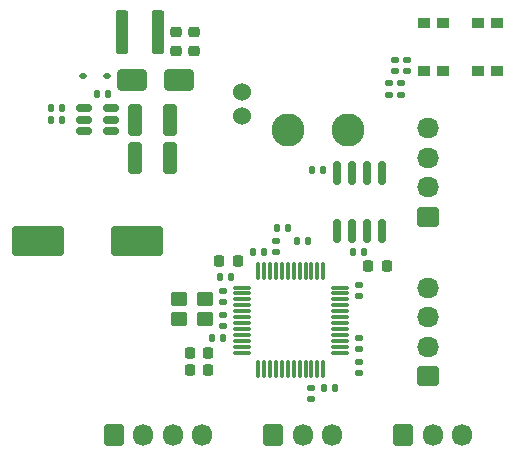
<source format=gbr>
%TF.GenerationSoftware,KiCad,Pcbnew,9.0.5*%
%TF.CreationDate,2025-10-28T15:08:01+09:00*%
%TF.ProjectId,mr2_arm_hw,6d72325f-6172-46d5-9f68-772e6b696361,rev?*%
%TF.SameCoordinates,Original*%
%TF.FileFunction,Soldermask,Top*%
%TF.FilePolarity,Negative*%
%FSLAX46Y46*%
G04 Gerber Fmt 4.6, Leading zero omitted, Abs format (unit mm)*
G04 Created by KiCad (PCBNEW 9.0.5) date 2025-10-28 15:08:01*
%MOMM*%
%LPD*%
G01*
G04 APERTURE LIST*
G04 Aperture macros list*
%AMRoundRect*
0 Rectangle with rounded corners*
0 $1 Rounding radius*
0 $2 $3 $4 $5 $6 $7 $8 $9 X,Y pos of 4 corners*
0 Add a 4 corners polygon primitive as box body*
4,1,4,$2,$3,$4,$5,$6,$7,$8,$9,$2,$3,0*
0 Add four circle primitives for the rounded corners*
1,1,$1+$1,$2,$3*
1,1,$1+$1,$4,$5*
1,1,$1+$1,$6,$7*
1,1,$1+$1,$8,$9*
0 Add four rect primitives between the rounded corners*
20,1,$1+$1,$2,$3,$4,$5,0*
20,1,$1+$1,$4,$5,$6,$7,0*
20,1,$1+$1,$6,$7,$8,$9,0*
20,1,$1+$1,$8,$9,$2,$3,0*%
G04 Aperture macros list end*
%ADD10RoundRect,0.140000X-0.170000X0.140000X-0.170000X-0.140000X0.170000X-0.140000X0.170000X0.140000X0*%
%ADD11RoundRect,0.140000X0.140000X0.170000X-0.140000X0.170000X-0.140000X-0.170000X0.140000X-0.170000X0*%
%ADD12RoundRect,0.140000X-0.140000X-0.170000X0.140000X-0.170000X0.140000X0.170000X-0.140000X0.170000X0*%
%ADD13RoundRect,0.140000X0.170000X-0.140000X0.170000X0.140000X-0.170000X0.140000X-0.170000X-0.140000X0*%
%ADD14RoundRect,0.225000X0.225000X0.250000X-0.225000X0.250000X-0.225000X-0.250000X0.225000X-0.250000X0*%
%ADD15RoundRect,0.250000X-0.450000X-0.350000X0.450000X-0.350000X0.450000X0.350000X-0.450000X0.350000X0*%
%ADD16RoundRect,0.250000X0.675000X-0.600000X0.675000X0.600000X-0.675000X0.600000X-0.675000X-0.600000X0*%
%ADD17O,1.850000X1.700000*%
%ADD18RoundRect,0.250000X0.325000X1.100000X-0.325000X1.100000X-0.325000X-1.100000X0.325000X-1.100000X0*%
%ADD19RoundRect,0.250000X1.950000X1.000000X-1.950000X1.000000X-1.950000X-1.000000X1.950000X-1.000000X0*%
%ADD20R,1.000000X0.900000*%
%ADD21RoundRect,0.250000X-0.300000X-1.600000X0.300000X-1.600000X0.300000X1.600000X-0.300000X1.600000X0*%
%ADD22RoundRect,0.150000X0.150000X-0.825000X0.150000X0.825000X-0.150000X0.825000X-0.150000X-0.825000X0*%
%ADD23RoundRect,0.150000X-0.512500X-0.150000X0.512500X-0.150000X0.512500X0.150000X-0.512500X0.150000X0*%
%ADD24RoundRect,0.225000X-0.250000X0.225000X-0.250000X-0.225000X0.250000X-0.225000X0.250000X0.225000X0*%
%ADD25RoundRect,0.112500X-0.187500X-0.112500X0.187500X-0.112500X0.187500X0.112500X-0.187500X0.112500X0*%
%ADD26RoundRect,0.250000X-0.600000X-0.675000X0.600000X-0.675000X0.600000X0.675000X-0.600000X0.675000X0*%
%ADD27O,1.700000X1.850000*%
%ADD28RoundRect,0.250000X-1.000000X-0.650000X1.000000X-0.650000X1.000000X0.650000X-1.000000X0.650000X0*%
%ADD29RoundRect,0.225000X-0.225000X-0.250000X0.225000X-0.250000X0.225000X0.250000X-0.225000X0.250000X0*%
%ADD30C,2.800000*%
%ADD31C,1.524000*%
%ADD32RoundRect,0.075000X-0.662500X-0.075000X0.662500X-0.075000X0.662500X0.075000X-0.662500X0.075000X0*%
%ADD33RoundRect,0.075000X-0.075000X-0.662500X0.075000X-0.662500X0.075000X0.662500X-0.075000X0.662500X0*%
G04 APERTURE END LIST*
D10*
%TO.C,R4*%
X154433450Y-114090779D03*
X154433450Y-115050779D03*
%TD*%
D11*
%TO.C,C6*%
X142933450Y-112050779D03*
X141973450Y-112050779D03*
%TD*%
%TO.C,C13*%
X146413450Y-104800779D03*
X145453450Y-104800779D03*
%TD*%
D12*
%TO.C,R2*%
X128340000Y-93600000D03*
X129300000Y-93600000D03*
%TD*%
D13*
%TO.C,C12*%
X154433450Y-108510779D03*
X154433450Y-107550779D03*
%TD*%
%TO.C,C15*%
X157000000Y-91480000D03*
X157000000Y-90520000D03*
%TD*%
D14*
%TO.C,C5*%
X141683450Y-113300779D03*
X140133450Y-113300779D03*
%TD*%
D15*
%TO.C,Y1*%
X139233450Y-110500779D03*
X141433450Y-110500779D03*
X141433450Y-108800779D03*
X139233450Y-108800779D03*
%TD*%
D16*
%TO.C,J3*%
X160288450Y-101800779D03*
D17*
X160288450Y-99300779D03*
X160288450Y-96800779D03*
X160288450Y-94300779D03*
%TD*%
D18*
%TO.C,C3*%
X138450000Y-96800000D03*
X135500000Y-96800000D03*
%TD*%
D16*
%TO.C,J4*%
X160288450Y-115300779D03*
D17*
X160288450Y-112800779D03*
X160288450Y-110300779D03*
X160288450Y-107800779D03*
%TD*%
D12*
%TO.C,C11*%
X151473450Y-116300779D03*
X152433450Y-116300779D03*
%TD*%
D18*
%TO.C,C2*%
X138450000Y-93575000D03*
X135500000Y-93575000D03*
%TD*%
D12*
%TO.C,C10*%
X142683450Y-106875779D03*
X143643450Y-106875779D03*
%TD*%
D19*
%TO.C,C1*%
X135700000Y-103900000D03*
X127300000Y-103900000D03*
%TD*%
D12*
%TO.C,R3*%
X149183450Y-103875779D03*
X150143450Y-103875779D03*
%TD*%
D20*
%TO.C,SW1*%
X160000000Y-89500000D03*
X160000000Y-85400000D03*
X161600000Y-89500000D03*
X161600000Y-85400000D03*
%TD*%
%TO.C,SW2*%
X164500000Y-89500000D03*
X164500000Y-85400000D03*
X166100000Y-89500000D03*
X166100000Y-85400000D03*
%TD*%
D14*
%TO.C,FB1*%
X141683450Y-114800779D03*
X140133450Y-114800779D03*
%TD*%
D21*
%TO.C,L1*%
X134400000Y-86200000D03*
X137400000Y-86200000D03*
%TD*%
D11*
%TO.C,R9*%
X151433450Y-97875779D03*
X150473450Y-97875779D03*
%TD*%
D10*
%TO.C,R8*%
X158000000Y-90500000D03*
X158000000Y-91460000D03*
%TD*%
D22*
%TO.C,U2*%
X152623450Y-103050779D03*
X153893450Y-103050779D03*
X155163450Y-103050779D03*
X156433450Y-103050779D03*
X156433450Y-98100779D03*
X155163450Y-98100779D03*
X153893450Y-98100779D03*
X152623450Y-98100779D03*
%TD*%
D23*
%TO.C,U1*%
X131212500Y-92637500D03*
X131212500Y-93587500D03*
X131212500Y-94537500D03*
X133487500Y-94537500D03*
X133487500Y-93587500D03*
X133487500Y-92637500D03*
%TD*%
D24*
%TO.C,C7*%
X140500000Y-86200000D03*
X140500000Y-87750000D03*
%TD*%
%TO.C,C8*%
X139000000Y-86200000D03*
X139000000Y-87750000D03*
%TD*%
D13*
%TO.C,R7*%
X158500000Y-89500000D03*
X158500000Y-88540000D03*
%TD*%
%TO.C,C19*%
X142933450Y-109050779D03*
X142933450Y-108090779D03*
%TD*%
D12*
%TO.C,R5*%
X147473450Y-102800779D03*
X148433450Y-102800779D03*
%TD*%
D25*
%TO.C,D1*%
X131050000Y-89900000D03*
X133150000Y-89900000D03*
%TD*%
D26*
%TO.C,J6*%
X158183450Y-120300779D03*
D27*
X160683450Y-120300779D03*
X163183450Y-120300779D03*
%TD*%
D12*
%TO.C,C4*%
X132240000Y-91400000D03*
X133200000Y-91400000D03*
%TD*%
D28*
%TO.C,D2*%
X135200000Y-90200000D03*
X139200000Y-90200000D03*
%TD*%
D29*
%TO.C,C16*%
X155250000Y-106000000D03*
X156800000Y-106000000D03*
%TD*%
D10*
%TO.C,C18*%
X142933450Y-110090779D03*
X142933450Y-111050779D03*
%TD*%
%TO.C,C14*%
X157500000Y-88500000D03*
X157500000Y-89460000D03*
%TD*%
D30*
%TO.C,U4*%
X153500000Y-94500000D03*
X148420000Y-94500000D03*
D31*
X144570000Y-93270000D03*
X144570000Y-91270000D03*
%TD*%
D29*
%TO.C,C9*%
X142633450Y-105550779D03*
X144183450Y-105550779D03*
%TD*%
D10*
%TO.C,R6*%
X154433450Y-112050779D03*
X154433450Y-113010779D03*
%TD*%
D32*
%TO.C,U3*%
X144520950Y-107800779D03*
X144520950Y-108300779D03*
X144520950Y-108800779D03*
X144520950Y-109300779D03*
X144520950Y-109800779D03*
X144520950Y-110300779D03*
X144520950Y-110800779D03*
X144520950Y-111300779D03*
X144520950Y-111800779D03*
X144520950Y-112300779D03*
X144520950Y-112800779D03*
X144520950Y-113300779D03*
D33*
X145933450Y-114713279D03*
X146433450Y-114713279D03*
X146933450Y-114713279D03*
X147433450Y-114713279D03*
X147933450Y-114713279D03*
X148433450Y-114713279D03*
X148933450Y-114713279D03*
X149433450Y-114713279D03*
X149933450Y-114713279D03*
X150433450Y-114713279D03*
X150933450Y-114713279D03*
X151433450Y-114713279D03*
D32*
X152845950Y-113300779D03*
X152845950Y-112800779D03*
X152845950Y-112300779D03*
X152845950Y-111800779D03*
X152845950Y-111300779D03*
X152845950Y-110800779D03*
X152845950Y-110300779D03*
X152845950Y-109800779D03*
X152845950Y-109300779D03*
X152845950Y-108800779D03*
X152845950Y-108300779D03*
X152845950Y-107800779D03*
D33*
X151433450Y-106388279D03*
X150933450Y-106388279D03*
X150433450Y-106388279D03*
X149933450Y-106388279D03*
X149433450Y-106388279D03*
X148933450Y-106388279D03*
X148433450Y-106388279D03*
X147933450Y-106388279D03*
X147433450Y-106388279D03*
X146933450Y-106388279D03*
X146433450Y-106388279D03*
X145933450Y-106388279D03*
%TD*%
D13*
%TO.C,C20*%
X150433450Y-117260779D03*
X150433450Y-116300779D03*
%TD*%
D26*
%TO.C,J5*%
X147183450Y-120300779D03*
D27*
X149683450Y-120300779D03*
X152183450Y-120300779D03*
%TD*%
D11*
%TO.C,R1*%
X129300000Y-92600000D03*
X128340000Y-92600000D03*
%TD*%
D10*
%TO.C,C21*%
X147433450Y-103840779D03*
X147433450Y-104800779D03*
%TD*%
D11*
%TO.C,C17*%
X154893450Y-104800779D03*
X153933450Y-104800779D03*
%TD*%
D26*
%TO.C,J2*%
X133683450Y-120300779D03*
D27*
X136183450Y-120300779D03*
X138683450Y-120300779D03*
X141183450Y-120300779D03*
%TD*%
M02*

</source>
